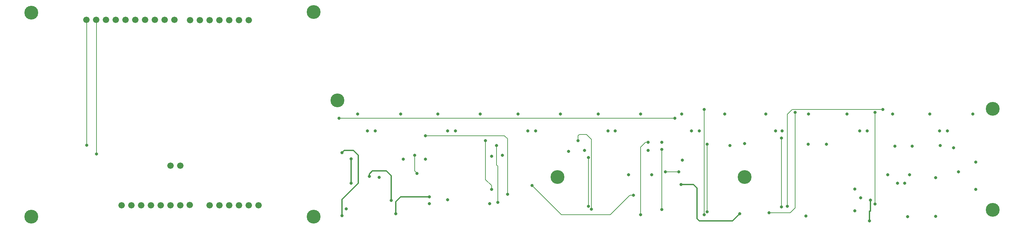
<source format=gbr>
G04 DesignSpark PCB Gerber Version 11.0 Build 5877*
G04 #@! TF.Part,Single*
G04 #@! TF.FileFunction,Copper,L4,Bot*
G04 #@! TF.FilePolarity,Positive*
%FSLAX35Y35*%
%MOIN*%
%ADD12C,0.00800*%
%ADD10C,0.01181*%
G04 #@! TA.AperFunction,ViaPad*
%ADD11C,0.03200*%
G04 #@! TA.AperFunction,WasherPad*
%ADD13C,0.06600*%
%ADD14C,0.14173*%
G04 #@! TD.AperFunction*
X0Y0D02*
D02*
D10*
X398500Y14250D02*
Y31000D01*
X415250Y47750D01*
Y76500D01*
X410250Y81500D01*
X401000D01*
X398500Y79000D01*
X407750Y47750D02*
Y72750D01*
X449000Y30093D02*
Y55250D01*
X444000Y60250D01*
X429616D01*
X426500Y57134D01*
Y54750D01*
X453500Y16500D02*
Y28750D01*
X458500Y33750D01*
X488000D01*
X805250Y16500D02*
X797750Y9000D01*
X764000D01*
X761500Y11500D01*
Y42750D01*
X757750Y46500D01*
X745250D01*
X937750Y9000D02*
Y19000D01*
X939000D01*
Y30250D01*
D02*
D11*
X137630Y86750D03*
X147630Y77750D03*
X395734Y114250D03*
X398500Y14250D03*
Y79000D03*
X403000Y21500D03*
X407750Y47750D03*
Y72750D03*
X414500Y118750D03*
X424500Y101250D03*
X426500Y54750D03*
X432500Y101250D03*
X436500Y53750D03*
X449000Y30093D03*
X453500Y16500D03*
X458500Y118750D03*
X461250Y72250D03*
X472750Y76500D03*
X475250Y57750D03*
X484000Y72250D03*
Y96500D03*
X488000Y26750D03*
Y33750D03*
X496500Y118750D03*
X506500Y30750D03*
Y101250D03*
X514500D03*
X540000Y118750D03*
X545250Y91500D03*
X549500Y26750D03*
X551500Y41500D03*
Y75250D03*
X556500Y86250D03*
X557750Y28016D03*
X562500Y76500D03*
X567750Y36500D03*
X578500Y118750D03*
X588500Y101250D03*
X592750Y45250D03*
X596500Y101250D03*
X622000Y118750D03*
X630250Y80250D03*
X640000Y91250D03*
X646500Y81500D03*
X650500Y24018D03*
Y74000D03*
X653500Y21018D03*
X660500Y118750D03*
X670500Y101250D03*
X678000D03*
X691500Y56500D03*
X696500Y35250D03*
X704000Y15250D03*
Y118750D03*
X711500Y81500D03*
Y89750D03*
X715250Y56500D03*
X725500Y20750D03*
Y82250D03*
Y89750D03*
X729079Y59250D03*
X738921Y114250D03*
X743000Y59250D03*
X745250Y46500D03*
X746000Y118750D03*
X746500Y71500D03*
X756000Y101250D03*
X764000D03*
X769000Y15250D03*
Y123250D03*
X772000Y18250D03*
Y87750D03*
X790000Y118750D03*
X795250Y86500D03*
X805250Y16500D03*
X810250Y88250D03*
X832000Y118750D03*
X835250Y17250D03*
X842000Y101250D03*
X847750Y23250D03*
Y94000D03*
X848500Y101250D03*
X854000Y24070D03*
X862000Y120250D03*
X872750Y14000D03*
X875250Y87750D03*
X875500Y118750D03*
X894000Y87750D03*
X915000Y118750D03*
X923000Y19250D03*
Y41750D03*
X928000Y101250D03*
X929000Y32750D03*
X935500Y101250D03*
X937750Y9000D03*
X939000Y30250D03*
X943500Y26250D03*
Y120250D03*
X951500Y123250D03*
X956500Y56500D03*
X961500Y118750D03*
X964000Y85750D03*
X966500Y47750D03*
X974000D03*
X977000Y13250D03*
X979000Y56500D03*
X981500Y85750D03*
X999500Y118750D03*
X1005500Y13750D03*
Y53250D03*
X1009500Y101250D03*
X1010250Y86500D03*
X1017500Y101250D03*
X1024000Y84000D03*
X1029000Y59250D03*
X1043500Y118750D03*
X1046500Y41250D03*
Y69250D03*
D02*
D12*
X137630Y86750D02*
Y215239D01*
X137390D01*
X147630Y77750D02*
Y215240D01*
X147390D01*
X475250Y57750D02*
X472750Y60250D01*
Y76500D01*
X551500Y41500D02*
Y45250D01*
X545250Y51500D01*
Y91500D01*
X557750Y28016D02*
Y65250D01*
X556500Y66500D01*
Y86250D01*
X567750Y36500D02*
Y93250D01*
X564500Y96500D01*
X484000D01*
X592750Y45250D02*
X622750Y15250D01*
X672750D01*
X692750Y35250D01*
X696500D01*
X650500Y24018D02*
Y74000D01*
X653500Y21018D02*
Y92750D01*
X648500Y97750D01*
X641250D01*
X640000Y96500D01*
Y91250D01*
X704000Y15250D02*
Y84765D01*
X708985Y89750D01*
X711500D01*
X725500Y20750D02*
Y82250D01*
X729079Y59250D02*
X743000D01*
X738921Y114250D02*
X395734D01*
X769000Y15250D02*
Y123250D01*
X772000Y18250D02*
Y87750D01*
X835250Y17250D02*
X857000D01*
X862000Y22250D01*
Y120250D01*
X847750Y23250D02*
Y94000D01*
X854000Y24070D02*
Y118250D01*
X859000Y123250D01*
X951500D01*
X943500Y26250D02*
Y120250D01*
D02*
D13*
X137390Y215239D03*
X147390Y215240D03*
X157388Y215239D03*
X167388D03*
X173215Y25152D03*
X177388Y215239D03*
X183215Y25152D03*
X187388Y215239D03*
X193215Y25152D03*
X197388Y215239D03*
X203215Y25152D03*
X207388Y215239D03*
X213215Y25152D03*
X217388Y215239D03*
X223213Y65652D03*
X223215Y25152D03*
X227388Y215239D03*
X233213Y65652D03*
X233215Y25152D03*
X242750Y25250D03*
X243215Y215152D03*
X253215D03*
X263215Y25152D03*
Y215152D03*
X273215Y25152D03*
Y215152D03*
X283215Y25152D03*
Y215152D03*
X293215Y25152D03*
Y215152D03*
X303215Y25152D03*
Y215152D03*
X313215Y25152D03*
D02*
D14*
X80927Y13417D03*
X80967Y222703D03*
X369512Y223262D03*
X369514Y13417D03*
X394000Y132750D03*
X619000Y54000D03*
X810250D03*
X1064000Y20250D03*
Y124000D03*
X0Y0D02*
M02*

</source>
